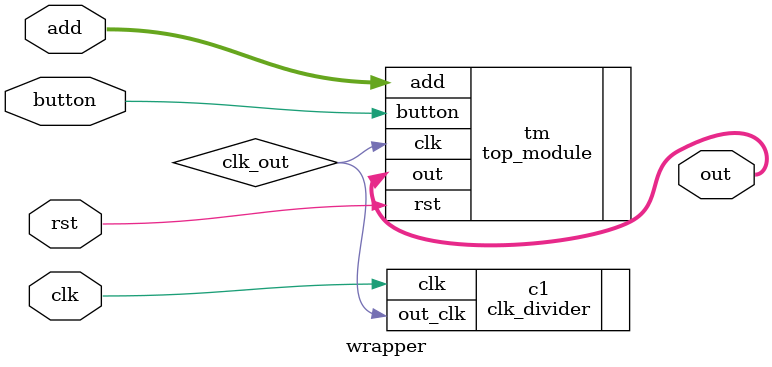
<source format=v>
`timescale 1ns / 1ps
module wrapper( input clk, input rst, input button, input [9:0] add, output [15:0] out
    );
	wire clk_out;
	clk_divider c1(.clk(clk), .out_clk(clk_out));
	top_module tm(.clk(clk_out), .rst(rst), .button(button), .add(add), .out(out));

endmodule

</source>
